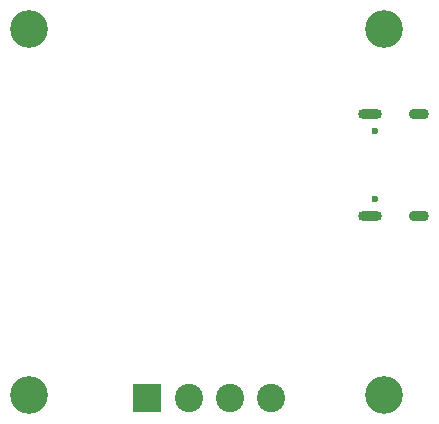
<source format=gbr>
%TF.GenerationSoftware,KiCad,Pcbnew,(6.0.6)*%
%TF.CreationDate,2023-03-25T21:06:23+13:00*%
%TF.ProjectId,remote_pcb,72656d6f-7465-45f7-9063-622e6b696361,rev?*%
%TF.SameCoordinates,Original*%
%TF.FileFunction,Soldermask,Bot*%
%TF.FilePolarity,Negative*%
%FSLAX46Y46*%
G04 Gerber Fmt 4.6, Leading zero omitted, Abs format (unit mm)*
G04 Created by KiCad (PCBNEW (6.0.6)) date 2023-03-25 21:06:23*
%MOMM*%
%LPD*%
G01*
G04 APERTURE LIST*
%ADD10R,2.400000X2.400000*%
%ADD11C,2.400000*%
%ADD12C,0.600000*%
%ADD13O,2.000000X0.900000*%
%ADD14O,1.700000X0.900000*%
%ADD15C,3.200000*%
G04 APERTURE END LIST*
D10*
%TO.C,J2*%
X164998400Y-88214200D03*
D11*
X168498400Y-88214200D03*
X171998400Y-88214200D03*
X175498400Y-88214200D03*
%TD*%
D12*
%TO.C,J1*%
X184305400Y-65613800D03*
X184305400Y-71393800D03*
D13*
X183815400Y-72828800D03*
X183815400Y-64178800D03*
D14*
X187985400Y-72828800D03*
X187985400Y-64178800D03*
%TD*%
D15*
%TO.C,H3*%
X185000000Y-88000000D03*
%TD*%
%TO.C,H4*%
X155000000Y-88000000D03*
%TD*%
%TO.C,H1*%
X155000000Y-57000000D03*
%TD*%
%TO.C,H2*%
X185000000Y-57000000D03*
%TD*%
M02*

</source>
